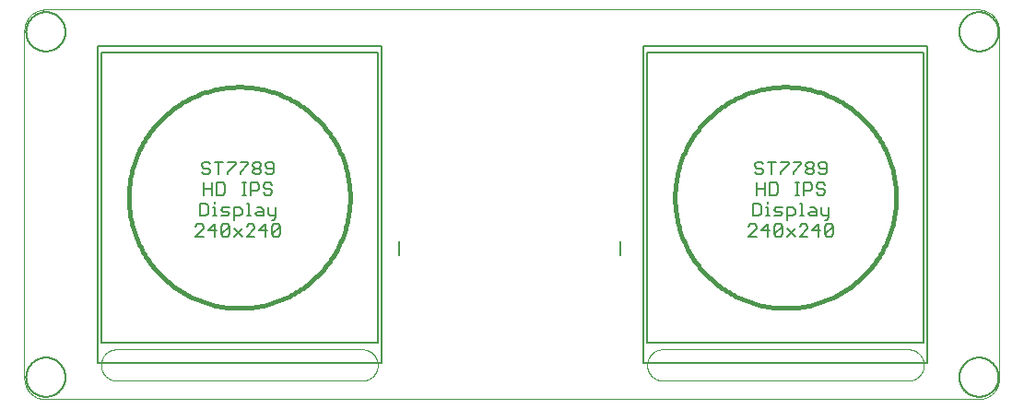
<source format=gto>
G75*
%MOIN*%
%OFA0B0*%
%FSLAX25Y25*%
%IPPOS*%
%LPD*%
%AMOC8*
5,1,8,0,0,1.08239X$1,22.5*
%
%ADD10C,0.00600*%
%ADD11C,0.00000*%
%ADD12C,0.01600*%
%ADD13C,0.00800*%
%ADD14C,0.00500*%
D10*
X0079736Y0067725D02*
X0082672Y0070661D01*
X0082672Y0071395D01*
X0081938Y0072129D01*
X0080470Y0072129D01*
X0079736Y0071395D01*
X0084340Y0069927D02*
X0087276Y0069927D01*
X0088944Y0068459D02*
X0088944Y0071395D01*
X0089678Y0072129D01*
X0091146Y0072129D01*
X0091880Y0071395D01*
X0088944Y0068459D01*
X0089678Y0067725D01*
X0091146Y0067725D01*
X0091880Y0068459D01*
X0091880Y0071395D01*
X0093548Y0070661D02*
X0096484Y0067725D01*
X0098152Y0067725D02*
X0101088Y0070661D01*
X0101088Y0071395D01*
X0100354Y0072129D01*
X0098886Y0072129D01*
X0098152Y0071395D01*
X0096484Y0070661D02*
X0093548Y0067725D01*
X0098152Y0067725D02*
X0101088Y0067725D01*
X0102756Y0069927D02*
X0105692Y0069927D01*
X0107360Y0068459D02*
X0107360Y0071395D01*
X0108094Y0072129D01*
X0109562Y0072129D01*
X0110296Y0071395D01*
X0107360Y0068459D01*
X0108094Y0067725D01*
X0109562Y0067725D01*
X0110296Y0068459D01*
X0110296Y0071395D01*
X0104958Y0072129D02*
X0102756Y0069927D01*
X0104958Y0067725D02*
X0104958Y0072129D01*
X0107293Y0073757D02*
X0108027Y0073757D01*
X0108761Y0074491D01*
X0108761Y0078161D01*
X0105825Y0078161D02*
X0105825Y0075959D01*
X0106559Y0075225D01*
X0108761Y0075225D01*
X0104157Y0075225D02*
X0101955Y0075225D01*
X0101221Y0075959D01*
X0101955Y0076693D01*
X0104157Y0076693D01*
X0104157Y0077427D02*
X0103423Y0078161D01*
X0101955Y0078161D01*
X0104157Y0077427D02*
X0104157Y0075225D01*
X0099620Y0075225D02*
X0098152Y0075225D01*
X0098886Y0075225D02*
X0098886Y0079629D01*
X0098152Y0079629D01*
X0096484Y0077427D02*
X0095750Y0078161D01*
X0093548Y0078161D01*
X0093548Y0073757D01*
X0093548Y0075225D02*
X0095750Y0075225D01*
X0096484Y0075959D01*
X0096484Y0077427D01*
X0091880Y0078161D02*
X0089678Y0078161D01*
X0088944Y0077427D01*
X0089678Y0076693D01*
X0091146Y0076693D01*
X0091880Y0075959D01*
X0091146Y0075225D01*
X0088944Y0075225D01*
X0087343Y0075225D02*
X0085875Y0075225D01*
X0086609Y0075225D02*
X0086609Y0078161D01*
X0085875Y0078161D01*
X0086609Y0079629D02*
X0086609Y0080363D01*
X0087409Y0082725D02*
X0089611Y0082725D01*
X0090345Y0083459D01*
X0090345Y0086395D01*
X0089611Y0087129D01*
X0087409Y0087129D01*
X0087409Y0082725D01*
X0085741Y0082725D02*
X0085741Y0087129D01*
X0085741Y0084927D02*
X0082806Y0084927D01*
X0082806Y0082725D02*
X0082806Y0087129D01*
X0082772Y0090225D02*
X0082038Y0090959D01*
X0082772Y0090225D02*
X0084240Y0090225D01*
X0084974Y0090959D01*
X0084974Y0091693D01*
X0084240Y0092427D01*
X0082772Y0092427D01*
X0082038Y0093161D01*
X0082038Y0093895D01*
X0082772Y0094629D01*
X0084240Y0094629D01*
X0084974Y0093895D01*
X0086642Y0094629D02*
X0089578Y0094629D01*
X0088110Y0094629D02*
X0088110Y0090225D01*
X0091246Y0090225D02*
X0091246Y0090959D01*
X0094182Y0093895D01*
X0094182Y0094629D01*
X0091246Y0094629D01*
X0095850Y0094629D02*
X0098786Y0094629D01*
X0098786Y0093895D01*
X0095850Y0090959D01*
X0095850Y0090225D01*
X0096617Y0087129D02*
X0098085Y0087129D01*
X0097351Y0087129D02*
X0097351Y0082725D01*
X0096617Y0082725D02*
X0098085Y0082725D01*
X0099687Y0082725D02*
X0099687Y0087129D01*
X0101888Y0087129D01*
X0102622Y0086395D01*
X0102622Y0084927D01*
X0101888Y0084193D01*
X0099687Y0084193D01*
X0104290Y0083459D02*
X0105024Y0082725D01*
X0106492Y0082725D01*
X0107226Y0083459D01*
X0107226Y0084193D01*
X0106492Y0084927D01*
X0105024Y0084927D01*
X0104290Y0085661D01*
X0104290Y0086395D01*
X0105024Y0087129D01*
X0106492Y0087129D01*
X0107226Y0086395D01*
X0107260Y0090225D02*
X0107994Y0090959D01*
X0107994Y0093895D01*
X0107260Y0094629D01*
X0105792Y0094629D01*
X0105058Y0093895D01*
X0105058Y0093161D01*
X0105792Y0092427D01*
X0107994Y0092427D01*
X0105792Y0090225D02*
X0105058Y0090959D01*
X0105792Y0090225D02*
X0107260Y0090225D01*
X0103390Y0090959D02*
X0102656Y0090225D01*
X0101188Y0090225D01*
X0100454Y0090959D01*
X0100454Y0091693D01*
X0101188Y0092427D01*
X0102656Y0092427D01*
X0103390Y0091693D01*
X0103390Y0090959D01*
X0102656Y0092427D02*
X0103390Y0093161D01*
X0103390Y0093895D01*
X0102656Y0094629D01*
X0101188Y0094629D01*
X0100454Y0093895D01*
X0100454Y0093161D01*
X0101188Y0092427D01*
X0084207Y0078895D02*
X0083473Y0079629D01*
X0081271Y0079629D01*
X0081271Y0075225D01*
X0083473Y0075225D01*
X0084207Y0075959D01*
X0084207Y0078895D01*
X0086542Y0072129D02*
X0084340Y0069927D01*
X0082672Y0067725D02*
X0079736Y0067725D01*
X0086542Y0067725D02*
X0086542Y0072129D01*
X0279736Y0071395D02*
X0280470Y0072129D01*
X0281938Y0072129D01*
X0282672Y0071395D01*
X0282672Y0070661D01*
X0279736Y0067725D01*
X0282672Y0067725D01*
X0284340Y0069927D02*
X0287276Y0069927D01*
X0288944Y0068459D02*
X0288944Y0071395D01*
X0289678Y0072129D01*
X0291146Y0072129D01*
X0291880Y0071395D01*
X0288944Y0068459D01*
X0289678Y0067725D01*
X0291146Y0067725D01*
X0291880Y0068459D01*
X0291880Y0071395D01*
X0293548Y0070661D02*
X0296484Y0067725D01*
X0298152Y0067725D02*
X0301088Y0070661D01*
X0301088Y0071395D01*
X0300354Y0072129D01*
X0298886Y0072129D01*
X0298152Y0071395D01*
X0296484Y0070661D02*
X0293548Y0067725D01*
X0298152Y0067725D02*
X0301088Y0067725D01*
X0302756Y0069927D02*
X0305692Y0069927D01*
X0307360Y0068459D02*
X0307360Y0071395D01*
X0308094Y0072129D01*
X0309562Y0072129D01*
X0310296Y0071395D01*
X0307360Y0068459D01*
X0308094Y0067725D01*
X0309562Y0067725D01*
X0310296Y0068459D01*
X0310296Y0071395D01*
X0304958Y0072129D02*
X0302756Y0069927D01*
X0304958Y0067725D02*
X0304958Y0072129D01*
X0307293Y0073757D02*
X0308027Y0073757D01*
X0308761Y0074491D01*
X0308761Y0078161D01*
X0305825Y0078161D02*
X0305825Y0075959D01*
X0306559Y0075225D01*
X0308761Y0075225D01*
X0304157Y0075225D02*
X0301955Y0075225D01*
X0301221Y0075959D01*
X0301955Y0076693D01*
X0304157Y0076693D01*
X0304157Y0077427D02*
X0304157Y0075225D01*
X0299620Y0075225D02*
X0298152Y0075225D01*
X0298886Y0075225D02*
X0298886Y0079629D01*
X0298152Y0079629D01*
X0296484Y0077427D02*
X0296484Y0075959D01*
X0295750Y0075225D01*
X0293548Y0075225D01*
X0293548Y0073757D02*
X0293548Y0078161D01*
X0295750Y0078161D01*
X0296484Y0077427D01*
X0291880Y0078161D02*
X0289678Y0078161D01*
X0288944Y0077427D01*
X0289678Y0076693D01*
X0291146Y0076693D01*
X0291880Y0075959D01*
X0291146Y0075225D01*
X0288944Y0075225D01*
X0287343Y0075225D02*
X0285875Y0075225D01*
X0286609Y0075225D02*
X0286609Y0078161D01*
X0285875Y0078161D01*
X0286609Y0079629D02*
X0286609Y0080363D01*
X0287409Y0082725D02*
X0289611Y0082725D01*
X0290345Y0083459D01*
X0290345Y0086395D01*
X0289611Y0087129D01*
X0287409Y0087129D01*
X0287409Y0082725D01*
X0285741Y0082725D02*
X0285741Y0087129D01*
X0285741Y0084927D02*
X0282806Y0084927D01*
X0282806Y0082725D02*
X0282806Y0087129D01*
X0282772Y0090225D02*
X0282038Y0090959D01*
X0282772Y0090225D02*
X0284240Y0090225D01*
X0284974Y0090959D01*
X0284974Y0091693D01*
X0284240Y0092427D01*
X0282772Y0092427D01*
X0282038Y0093161D01*
X0282038Y0093895D01*
X0282772Y0094629D01*
X0284240Y0094629D01*
X0284974Y0093895D01*
X0286642Y0094629D02*
X0289578Y0094629D01*
X0288110Y0094629D02*
X0288110Y0090225D01*
X0291246Y0090225D02*
X0291246Y0090959D01*
X0294182Y0093895D01*
X0294182Y0094629D01*
X0291246Y0094629D01*
X0295850Y0094629D02*
X0298786Y0094629D01*
X0298786Y0093895D01*
X0295850Y0090959D01*
X0295850Y0090225D01*
X0300454Y0090959D02*
X0300454Y0091693D01*
X0301188Y0092427D01*
X0302656Y0092427D01*
X0303390Y0091693D01*
X0303390Y0090959D01*
X0302656Y0090225D01*
X0301188Y0090225D01*
X0300454Y0090959D01*
X0301188Y0092427D02*
X0300454Y0093161D01*
X0300454Y0093895D01*
X0301188Y0094629D01*
X0302656Y0094629D01*
X0303390Y0093895D01*
X0303390Y0093161D01*
X0302656Y0092427D01*
X0305058Y0093161D02*
X0305058Y0093895D01*
X0305792Y0094629D01*
X0307260Y0094629D01*
X0307994Y0093895D01*
X0307994Y0090959D01*
X0307260Y0090225D01*
X0305792Y0090225D01*
X0305058Y0090959D01*
X0305792Y0092427D02*
X0307994Y0092427D01*
X0305792Y0092427D02*
X0305058Y0093161D01*
X0305024Y0087129D02*
X0304290Y0086395D01*
X0304290Y0085661D01*
X0305024Y0084927D01*
X0306492Y0084927D01*
X0307226Y0084193D01*
X0307226Y0083459D01*
X0306492Y0082725D01*
X0305024Y0082725D01*
X0304290Y0083459D01*
X0302622Y0084927D02*
X0301888Y0084193D01*
X0299687Y0084193D01*
X0299687Y0082725D02*
X0299687Y0087129D01*
X0301888Y0087129D01*
X0302622Y0086395D01*
X0302622Y0084927D01*
X0305024Y0087129D02*
X0306492Y0087129D01*
X0307226Y0086395D01*
X0298085Y0087129D02*
X0296617Y0087129D01*
X0297351Y0087129D02*
X0297351Y0082725D01*
X0296617Y0082725D02*
X0298085Y0082725D01*
X0301955Y0078161D02*
X0303423Y0078161D01*
X0304157Y0077427D01*
X0286542Y0072129D02*
X0284340Y0069927D01*
X0286542Y0067725D02*
X0286542Y0072129D01*
X0283473Y0075225D02*
X0284207Y0075959D01*
X0284207Y0078895D01*
X0283473Y0079629D01*
X0281271Y0079629D01*
X0281271Y0075225D01*
X0283473Y0075225D01*
D11*
X0362800Y0008800D02*
X0025300Y0008800D01*
X0025119Y0008802D01*
X0024938Y0008809D01*
X0024757Y0008820D01*
X0024576Y0008835D01*
X0024396Y0008855D01*
X0024216Y0008879D01*
X0024037Y0008907D01*
X0023859Y0008940D01*
X0023682Y0008977D01*
X0023505Y0009018D01*
X0023330Y0009063D01*
X0023155Y0009113D01*
X0022982Y0009167D01*
X0022811Y0009225D01*
X0022640Y0009287D01*
X0022472Y0009354D01*
X0022305Y0009424D01*
X0022139Y0009498D01*
X0021976Y0009577D01*
X0021815Y0009659D01*
X0021655Y0009745D01*
X0021498Y0009835D01*
X0021343Y0009929D01*
X0021190Y0010026D01*
X0021040Y0010128D01*
X0020892Y0010232D01*
X0020746Y0010341D01*
X0020604Y0010452D01*
X0020464Y0010568D01*
X0020327Y0010686D01*
X0020192Y0010808D01*
X0020061Y0010933D01*
X0019933Y0011061D01*
X0019808Y0011192D01*
X0019686Y0011327D01*
X0019568Y0011464D01*
X0019452Y0011604D01*
X0019341Y0011746D01*
X0019232Y0011892D01*
X0019128Y0012040D01*
X0019026Y0012190D01*
X0018929Y0012343D01*
X0018835Y0012498D01*
X0018745Y0012655D01*
X0018659Y0012815D01*
X0018577Y0012976D01*
X0018498Y0013139D01*
X0018424Y0013305D01*
X0018354Y0013472D01*
X0018287Y0013640D01*
X0018225Y0013811D01*
X0018167Y0013982D01*
X0018113Y0014155D01*
X0018063Y0014330D01*
X0018018Y0014505D01*
X0017977Y0014682D01*
X0017940Y0014859D01*
X0017907Y0015037D01*
X0017879Y0015216D01*
X0017855Y0015396D01*
X0017835Y0015576D01*
X0017820Y0015757D01*
X0017809Y0015938D01*
X0017802Y0016119D01*
X0017800Y0016300D01*
X0017800Y0142300D01*
X0017802Y0142481D01*
X0017809Y0142662D01*
X0017820Y0142843D01*
X0017835Y0143024D01*
X0017855Y0143204D01*
X0017879Y0143384D01*
X0017907Y0143563D01*
X0017940Y0143741D01*
X0017977Y0143918D01*
X0018018Y0144095D01*
X0018063Y0144270D01*
X0018113Y0144445D01*
X0018167Y0144618D01*
X0018225Y0144789D01*
X0018287Y0144960D01*
X0018354Y0145128D01*
X0018424Y0145295D01*
X0018498Y0145461D01*
X0018577Y0145624D01*
X0018659Y0145785D01*
X0018745Y0145945D01*
X0018835Y0146102D01*
X0018929Y0146257D01*
X0019026Y0146410D01*
X0019128Y0146560D01*
X0019232Y0146708D01*
X0019341Y0146854D01*
X0019452Y0146996D01*
X0019568Y0147136D01*
X0019686Y0147273D01*
X0019808Y0147408D01*
X0019933Y0147539D01*
X0020061Y0147667D01*
X0020192Y0147792D01*
X0020327Y0147914D01*
X0020464Y0148032D01*
X0020604Y0148148D01*
X0020746Y0148259D01*
X0020892Y0148368D01*
X0021040Y0148472D01*
X0021190Y0148574D01*
X0021343Y0148671D01*
X0021498Y0148765D01*
X0021655Y0148855D01*
X0021815Y0148941D01*
X0021976Y0149023D01*
X0022139Y0149102D01*
X0022305Y0149176D01*
X0022472Y0149246D01*
X0022640Y0149313D01*
X0022811Y0149375D01*
X0022982Y0149433D01*
X0023155Y0149487D01*
X0023330Y0149537D01*
X0023505Y0149582D01*
X0023682Y0149623D01*
X0023859Y0149660D01*
X0024037Y0149693D01*
X0024216Y0149721D01*
X0024396Y0149745D01*
X0024576Y0149765D01*
X0024757Y0149780D01*
X0024938Y0149791D01*
X0025119Y0149798D01*
X0025300Y0149800D01*
X0362800Y0149800D01*
X0362981Y0149798D01*
X0363162Y0149791D01*
X0363343Y0149780D01*
X0363524Y0149765D01*
X0363704Y0149745D01*
X0363884Y0149721D01*
X0364063Y0149693D01*
X0364241Y0149660D01*
X0364418Y0149623D01*
X0364595Y0149582D01*
X0364770Y0149537D01*
X0364945Y0149487D01*
X0365118Y0149433D01*
X0365289Y0149375D01*
X0365460Y0149313D01*
X0365628Y0149246D01*
X0365795Y0149176D01*
X0365961Y0149102D01*
X0366124Y0149023D01*
X0366285Y0148941D01*
X0366445Y0148855D01*
X0366602Y0148765D01*
X0366757Y0148671D01*
X0366910Y0148574D01*
X0367060Y0148472D01*
X0367208Y0148368D01*
X0367354Y0148259D01*
X0367496Y0148148D01*
X0367636Y0148032D01*
X0367773Y0147914D01*
X0367908Y0147792D01*
X0368039Y0147667D01*
X0368167Y0147539D01*
X0368292Y0147408D01*
X0368414Y0147273D01*
X0368532Y0147136D01*
X0368648Y0146996D01*
X0368759Y0146854D01*
X0368868Y0146708D01*
X0368972Y0146560D01*
X0369074Y0146410D01*
X0369171Y0146257D01*
X0369265Y0146102D01*
X0369355Y0145945D01*
X0369441Y0145785D01*
X0369523Y0145624D01*
X0369602Y0145461D01*
X0369676Y0145295D01*
X0369746Y0145128D01*
X0369813Y0144960D01*
X0369875Y0144789D01*
X0369933Y0144618D01*
X0369987Y0144445D01*
X0370037Y0144270D01*
X0370082Y0144095D01*
X0370123Y0143918D01*
X0370160Y0143741D01*
X0370193Y0143563D01*
X0370221Y0143384D01*
X0370245Y0143204D01*
X0370265Y0143024D01*
X0370280Y0142843D01*
X0370291Y0142662D01*
X0370298Y0142481D01*
X0370300Y0142300D01*
X0370300Y0016300D01*
X0370298Y0016119D01*
X0370291Y0015938D01*
X0370280Y0015757D01*
X0370265Y0015576D01*
X0370245Y0015396D01*
X0370221Y0015216D01*
X0370193Y0015037D01*
X0370160Y0014859D01*
X0370123Y0014682D01*
X0370082Y0014505D01*
X0370037Y0014330D01*
X0369987Y0014155D01*
X0369933Y0013982D01*
X0369875Y0013811D01*
X0369813Y0013640D01*
X0369746Y0013472D01*
X0369676Y0013305D01*
X0369602Y0013139D01*
X0369523Y0012976D01*
X0369441Y0012815D01*
X0369355Y0012655D01*
X0369265Y0012498D01*
X0369171Y0012343D01*
X0369074Y0012190D01*
X0368972Y0012040D01*
X0368868Y0011892D01*
X0368759Y0011746D01*
X0368648Y0011604D01*
X0368532Y0011464D01*
X0368414Y0011327D01*
X0368292Y0011192D01*
X0368167Y0011061D01*
X0368039Y0010933D01*
X0367908Y0010808D01*
X0367773Y0010686D01*
X0367636Y0010568D01*
X0367496Y0010452D01*
X0367354Y0010341D01*
X0367208Y0010232D01*
X0367060Y0010128D01*
X0366910Y0010026D01*
X0366757Y0009929D01*
X0366602Y0009835D01*
X0366445Y0009745D01*
X0366285Y0009659D01*
X0366124Y0009577D01*
X0365961Y0009498D01*
X0365795Y0009424D01*
X0365628Y0009354D01*
X0365460Y0009287D01*
X0365289Y0009225D01*
X0365118Y0009167D01*
X0364945Y0009113D01*
X0364770Y0009063D01*
X0364595Y0009018D01*
X0364418Y0008977D01*
X0364241Y0008940D01*
X0364063Y0008907D01*
X0363884Y0008879D01*
X0363704Y0008855D01*
X0363524Y0008835D01*
X0363343Y0008820D01*
X0363162Y0008809D01*
X0362981Y0008802D01*
X0362800Y0008800D01*
X0338050Y0015550D02*
X0248050Y0015550D01*
X0247902Y0015568D01*
X0247755Y0015590D01*
X0247608Y0015616D01*
X0247463Y0015646D01*
X0247318Y0015680D01*
X0247173Y0015718D01*
X0247030Y0015759D01*
X0246888Y0015804D01*
X0246748Y0015853D01*
X0246609Y0015906D01*
X0246471Y0015962D01*
X0246334Y0016022D01*
X0246199Y0016085D01*
X0246066Y0016152D01*
X0245935Y0016222D01*
X0245806Y0016296D01*
X0245679Y0016373D01*
X0245553Y0016454D01*
X0245430Y0016537D01*
X0245309Y0016624D01*
X0245191Y0016715D01*
X0245075Y0016808D01*
X0244961Y0016904D01*
X0244850Y0017003D01*
X0244741Y0017105D01*
X0244636Y0017210D01*
X0244533Y0017318D01*
X0244433Y0017428D01*
X0244336Y0017541D01*
X0244242Y0017656D01*
X0244151Y0017774D01*
X0244063Y0017894D01*
X0243978Y0018017D01*
X0243897Y0018141D01*
X0243818Y0018268D01*
X0243744Y0018397D01*
X0243672Y0018528D01*
X0243604Y0018660D01*
X0243540Y0018794D01*
X0243479Y0018930D01*
X0243422Y0019068D01*
X0243368Y0019207D01*
X0243318Y0019347D01*
X0243272Y0019489D01*
X0243230Y0019631D01*
X0243191Y0019775D01*
X0243156Y0019920D01*
X0243125Y0020065D01*
X0243098Y0020212D01*
X0243074Y0020359D01*
X0243055Y0020506D01*
X0243039Y0020655D01*
X0243027Y0020803D01*
X0243019Y0020952D01*
X0243015Y0021101D01*
X0243015Y0021249D01*
X0243019Y0021398D01*
X0243027Y0021547D01*
X0243039Y0021695D01*
X0243055Y0021844D01*
X0243074Y0021991D01*
X0243098Y0022138D01*
X0243125Y0022285D01*
X0243156Y0022430D01*
X0243191Y0022575D01*
X0243230Y0022719D01*
X0243272Y0022861D01*
X0243318Y0023003D01*
X0243368Y0023143D01*
X0243422Y0023282D01*
X0243479Y0023420D01*
X0243540Y0023556D01*
X0243604Y0023690D01*
X0243672Y0023822D01*
X0243744Y0023953D01*
X0243818Y0024082D01*
X0243897Y0024209D01*
X0243978Y0024333D01*
X0244063Y0024456D01*
X0244151Y0024576D01*
X0244242Y0024694D01*
X0244336Y0024809D01*
X0244433Y0024922D01*
X0244533Y0025032D01*
X0244636Y0025140D01*
X0244741Y0025245D01*
X0244850Y0025347D01*
X0244961Y0025446D01*
X0245075Y0025542D01*
X0245191Y0025635D01*
X0245309Y0025726D01*
X0245430Y0025813D01*
X0245553Y0025896D01*
X0245679Y0025977D01*
X0245806Y0026054D01*
X0245935Y0026128D01*
X0246066Y0026198D01*
X0246199Y0026265D01*
X0246334Y0026328D01*
X0246471Y0026388D01*
X0246609Y0026444D01*
X0246748Y0026497D01*
X0246888Y0026546D01*
X0247030Y0026591D01*
X0247173Y0026632D01*
X0247318Y0026670D01*
X0247463Y0026704D01*
X0247608Y0026734D01*
X0247755Y0026760D01*
X0247902Y0026782D01*
X0248050Y0026800D01*
X0338050Y0026800D01*
X0338198Y0026782D01*
X0338345Y0026760D01*
X0338492Y0026734D01*
X0338637Y0026704D01*
X0338782Y0026670D01*
X0338927Y0026632D01*
X0339070Y0026591D01*
X0339212Y0026546D01*
X0339352Y0026497D01*
X0339491Y0026444D01*
X0339629Y0026388D01*
X0339766Y0026328D01*
X0339901Y0026265D01*
X0340034Y0026198D01*
X0340165Y0026128D01*
X0340294Y0026054D01*
X0340421Y0025977D01*
X0340547Y0025896D01*
X0340670Y0025813D01*
X0340791Y0025726D01*
X0340909Y0025635D01*
X0341025Y0025542D01*
X0341139Y0025446D01*
X0341250Y0025347D01*
X0341359Y0025245D01*
X0341464Y0025140D01*
X0341567Y0025032D01*
X0341667Y0024922D01*
X0341764Y0024809D01*
X0341858Y0024694D01*
X0341949Y0024576D01*
X0342037Y0024456D01*
X0342122Y0024333D01*
X0342203Y0024209D01*
X0342282Y0024082D01*
X0342356Y0023953D01*
X0342428Y0023822D01*
X0342496Y0023690D01*
X0342560Y0023556D01*
X0342621Y0023420D01*
X0342678Y0023282D01*
X0342732Y0023143D01*
X0342782Y0023003D01*
X0342828Y0022861D01*
X0342870Y0022719D01*
X0342909Y0022575D01*
X0342944Y0022430D01*
X0342975Y0022285D01*
X0343002Y0022138D01*
X0343026Y0021991D01*
X0343045Y0021844D01*
X0343061Y0021695D01*
X0343073Y0021547D01*
X0343081Y0021398D01*
X0343085Y0021249D01*
X0343085Y0021101D01*
X0343081Y0020952D01*
X0343073Y0020803D01*
X0343061Y0020655D01*
X0343045Y0020506D01*
X0343026Y0020359D01*
X0343002Y0020212D01*
X0342975Y0020065D01*
X0342944Y0019920D01*
X0342909Y0019775D01*
X0342870Y0019631D01*
X0342828Y0019489D01*
X0342782Y0019347D01*
X0342732Y0019207D01*
X0342678Y0019068D01*
X0342621Y0018930D01*
X0342560Y0018794D01*
X0342496Y0018660D01*
X0342428Y0018528D01*
X0342356Y0018397D01*
X0342282Y0018268D01*
X0342203Y0018141D01*
X0342122Y0018017D01*
X0342037Y0017894D01*
X0341949Y0017774D01*
X0341858Y0017656D01*
X0341764Y0017541D01*
X0341667Y0017428D01*
X0341567Y0017318D01*
X0341464Y0017210D01*
X0341359Y0017105D01*
X0341250Y0017003D01*
X0341139Y0016904D01*
X0341025Y0016808D01*
X0340909Y0016715D01*
X0340791Y0016624D01*
X0340670Y0016537D01*
X0340547Y0016454D01*
X0340421Y0016373D01*
X0340294Y0016296D01*
X0340165Y0016222D01*
X0340034Y0016152D01*
X0339901Y0016085D01*
X0339766Y0016022D01*
X0339629Y0015962D01*
X0339491Y0015906D01*
X0339352Y0015853D01*
X0339212Y0015804D01*
X0339070Y0015759D01*
X0338927Y0015718D01*
X0338782Y0015680D01*
X0338637Y0015646D01*
X0338492Y0015616D01*
X0338345Y0015590D01*
X0338198Y0015568D01*
X0338050Y0015550D01*
X0140550Y0015550D02*
X0050550Y0015550D01*
X0050402Y0015568D01*
X0050255Y0015590D01*
X0050108Y0015616D01*
X0049963Y0015646D01*
X0049818Y0015680D01*
X0049673Y0015718D01*
X0049530Y0015759D01*
X0049388Y0015804D01*
X0049248Y0015853D01*
X0049109Y0015906D01*
X0048971Y0015962D01*
X0048834Y0016022D01*
X0048699Y0016085D01*
X0048566Y0016152D01*
X0048435Y0016222D01*
X0048306Y0016296D01*
X0048179Y0016373D01*
X0048053Y0016454D01*
X0047930Y0016537D01*
X0047809Y0016624D01*
X0047691Y0016715D01*
X0047575Y0016808D01*
X0047461Y0016904D01*
X0047350Y0017003D01*
X0047241Y0017105D01*
X0047136Y0017210D01*
X0047033Y0017318D01*
X0046933Y0017428D01*
X0046836Y0017541D01*
X0046742Y0017656D01*
X0046651Y0017774D01*
X0046563Y0017894D01*
X0046478Y0018017D01*
X0046397Y0018141D01*
X0046318Y0018268D01*
X0046244Y0018397D01*
X0046172Y0018528D01*
X0046104Y0018660D01*
X0046040Y0018794D01*
X0045979Y0018930D01*
X0045922Y0019068D01*
X0045868Y0019207D01*
X0045818Y0019347D01*
X0045772Y0019489D01*
X0045730Y0019631D01*
X0045691Y0019775D01*
X0045656Y0019920D01*
X0045625Y0020065D01*
X0045598Y0020212D01*
X0045574Y0020359D01*
X0045555Y0020506D01*
X0045539Y0020655D01*
X0045527Y0020803D01*
X0045519Y0020952D01*
X0045515Y0021101D01*
X0045515Y0021249D01*
X0045519Y0021398D01*
X0045527Y0021547D01*
X0045539Y0021695D01*
X0045555Y0021844D01*
X0045574Y0021991D01*
X0045598Y0022138D01*
X0045625Y0022285D01*
X0045656Y0022430D01*
X0045691Y0022575D01*
X0045730Y0022719D01*
X0045772Y0022861D01*
X0045818Y0023003D01*
X0045868Y0023143D01*
X0045922Y0023282D01*
X0045979Y0023420D01*
X0046040Y0023556D01*
X0046104Y0023690D01*
X0046172Y0023822D01*
X0046244Y0023953D01*
X0046318Y0024082D01*
X0046397Y0024209D01*
X0046478Y0024333D01*
X0046563Y0024456D01*
X0046651Y0024576D01*
X0046742Y0024694D01*
X0046836Y0024809D01*
X0046933Y0024922D01*
X0047033Y0025032D01*
X0047136Y0025140D01*
X0047241Y0025245D01*
X0047350Y0025347D01*
X0047461Y0025446D01*
X0047575Y0025542D01*
X0047691Y0025635D01*
X0047809Y0025726D01*
X0047930Y0025813D01*
X0048053Y0025896D01*
X0048179Y0025977D01*
X0048306Y0026054D01*
X0048435Y0026128D01*
X0048566Y0026198D01*
X0048699Y0026265D01*
X0048834Y0026328D01*
X0048971Y0026388D01*
X0049109Y0026444D01*
X0049248Y0026497D01*
X0049388Y0026546D01*
X0049530Y0026591D01*
X0049673Y0026632D01*
X0049818Y0026670D01*
X0049963Y0026704D01*
X0050108Y0026734D01*
X0050255Y0026760D01*
X0050402Y0026782D01*
X0050550Y0026800D01*
X0140550Y0026800D01*
X0140698Y0026782D01*
X0140845Y0026760D01*
X0140992Y0026734D01*
X0141137Y0026704D01*
X0141282Y0026670D01*
X0141427Y0026632D01*
X0141570Y0026591D01*
X0141712Y0026546D01*
X0141852Y0026497D01*
X0141991Y0026444D01*
X0142129Y0026388D01*
X0142266Y0026328D01*
X0142401Y0026265D01*
X0142534Y0026198D01*
X0142665Y0026128D01*
X0142794Y0026054D01*
X0142921Y0025977D01*
X0143047Y0025896D01*
X0143170Y0025813D01*
X0143291Y0025726D01*
X0143409Y0025635D01*
X0143525Y0025542D01*
X0143639Y0025446D01*
X0143750Y0025347D01*
X0143859Y0025245D01*
X0143964Y0025140D01*
X0144067Y0025032D01*
X0144167Y0024922D01*
X0144264Y0024809D01*
X0144358Y0024694D01*
X0144449Y0024576D01*
X0144537Y0024456D01*
X0144622Y0024333D01*
X0144703Y0024209D01*
X0144782Y0024082D01*
X0144856Y0023953D01*
X0144928Y0023822D01*
X0144996Y0023690D01*
X0145060Y0023556D01*
X0145121Y0023420D01*
X0145178Y0023282D01*
X0145232Y0023143D01*
X0145282Y0023003D01*
X0145328Y0022861D01*
X0145370Y0022719D01*
X0145409Y0022575D01*
X0145444Y0022430D01*
X0145475Y0022285D01*
X0145502Y0022138D01*
X0145526Y0021991D01*
X0145545Y0021844D01*
X0145561Y0021695D01*
X0145573Y0021547D01*
X0145581Y0021398D01*
X0145585Y0021249D01*
X0145585Y0021101D01*
X0145581Y0020952D01*
X0145573Y0020803D01*
X0145561Y0020655D01*
X0145545Y0020506D01*
X0145526Y0020359D01*
X0145502Y0020212D01*
X0145475Y0020065D01*
X0145444Y0019920D01*
X0145409Y0019775D01*
X0145370Y0019631D01*
X0145328Y0019489D01*
X0145282Y0019347D01*
X0145232Y0019207D01*
X0145178Y0019068D01*
X0145121Y0018930D01*
X0145060Y0018794D01*
X0144996Y0018660D01*
X0144928Y0018528D01*
X0144856Y0018397D01*
X0144782Y0018268D01*
X0144703Y0018141D01*
X0144622Y0018017D01*
X0144537Y0017894D01*
X0144449Y0017774D01*
X0144358Y0017656D01*
X0144264Y0017541D01*
X0144167Y0017428D01*
X0144067Y0017318D01*
X0143964Y0017210D01*
X0143859Y0017105D01*
X0143750Y0017003D01*
X0143639Y0016904D01*
X0143525Y0016808D01*
X0143409Y0016715D01*
X0143291Y0016624D01*
X0143170Y0016537D01*
X0143047Y0016454D01*
X0142921Y0016373D01*
X0142794Y0016296D01*
X0142665Y0016222D01*
X0142534Y0016152D01*
X0142401Y0016085D01*
X0142266Y0016022D01*
X0142129Y0015962D01*
X0141991Y0015906D01*
X0141852Y0015853D01*
X0141712Y0015804D01*
X0141570Y0015759D01*
X0141427Y0015718D01*
X0141282Y0015680D01*
X0141137Y0015646D01*
X0140992Y0015616D01*
X0140845Y0015590D01*
X0140698Y0015568D01*
X0140550Y0015550D01*
D12*
X0055550Y0081800D02*
X0055562Y0082782D01*
X0055598Y0083763D01*
X0055658Y0084743D01*
X0055743Y0085721D01*
X0055851Y0086696D01*
X0055983Y0087669D01*
X0056139Y0088638D01*
X0056319Y0089604D01*
X0056522Y0090564D01*
X0056749Y0091519D01*
X0056999Y0092469D01*
X0057272Y0093411D01*
X0057569Y0094347D01*
X0057888Y0095276D01*
X0058230Y0096196D01*
X0058595Y0097107D01*
X0058982Y0098010D01*
X0059390Y0098902D01*
X0059821Y0099784D01*
X0060273Y0100656D01*
X0060747Y0101516D01*
X0061241Y0102364D01*
X0061756Y0103200D01*
X0062291Y0104023D01*
X0062847Y0104832D01*
X0063422Y0105628D01*
X0064016Y0106409D01*
X0064630Y0107176D01*
X0065262Y0107927D01*
X0065912Y0108662D01*
X0066580Y0109382D01*
X0067266Y0110084D01*
X0067968Y0110770D01*
X0068688Y0111438D01*
X0069423Y0112088D01*
X0070174Y0112720D01*
X0070941Y0113334D01*
X0071722Y0113928D01*
X0072518Y0114503D01*
X0073327Y0115059D01*
X0074150Y0115594D01*
X0074986Y0116109D01*
X0075834Y0116603D01*
X0076694Y0117077D01*
X0077566Y0117529D01*
X0078448Y0117960D01*
X0079340Y0118368D01*
X0080243Y0118755D01*
X0081154Y0119120D01*
X0082074Y0119462D01*
X0083003Y0119781D01*
X0083939Y0120078D01*
X0084881Y0120351D01*
X0085831Y0120601D01*
X0086786Y0120828D01*
X0087746Y0121031D01*
X0088712Y0121211D01*
X0089681Y0121367D01*
X0090654Y0121499D01*
X0091629Y0121607D01*
X0092607Y0121692D01*
X0093587Y0121752D01*
X0094568Y0121788D01*
X0095550Y0121800D01*
X0096532Y0121788D01*
X0097513Y0121752D01*
X0098493Y0121692D01*
X0099471Y0121607D01*
X0100446Y0121499D01*
X0101419Y0121367D01*
X0102388Y0121211D01*
X0103354Y0121031D01*
X0104314Y0120828D01*
X0105269Y0120601D01*
X0106219Y0120351D01*
X0107161Y0120078D01*
X0108097Y0119781D01*
X0109026Y0119462D01*
X0109946Y0119120D01*
X0110857Y0118755D01*
X0111760Y0118368D01*
X0112652Y0117960D01*
X0113534Y0117529D01*
X0114406Y0117077D01*
X0115266Y0116603D01*
X0116114Y0116109D01*
X0116950Y0115594D01*
X0117773Y0115059D01*
X0118582Y0114503D01*
X0119378Y0113928D01*
X0120159Y0113334D01*
X0120926Y0112720D01*
X0121677Y0112088D01*
X0122412Y0111438D01*
X0123132Y0110770D01*
X0123834Y0110084D01*
X0124520Y0109382D01*
X0125188Y0108662D01*
X0125838Y0107927D01*
X0126470Y0107176D01*
X0127084Y0106409D01*
X0127678Y0105628D01*
X0128253Y0104832D01*
X0128809Y0104023D01*
X0129344Y0103200D01*
X0129859Y0102364D01*
X0130353Y0101516D01*
X0130827Y0100656D01*
X0131279Y0099784D01*
X0131710Y0098902D01*
X0132118Y0098010D01*
X0132505Y0097107D01*
X0132870Y0096196D01*
X0133212Y0095276D01*
X0133531Y0094347D01*
X0133828Y0093411D01*
X0134101Y0092469D01*
X0134351Y0091519D01*
X0134578Y0090564D01*
X0134781Y0089604D01*
X0134961Y0088638D01*
X0135117Y0087669D01*
X0135249Y0086696D01*
X0135357Y0085721D01*
X0135442Y0084743D01*
X0135502Y0083763D01*
X0135538Y0082782D01*
X0135550Y0081800D01*
X0135538Y0080818D01*
X0135502Y0079837D01*
X0135442Y0078857D01*
X0135357Y0077879D01*
X0135249Y0076904D01*
X0135117Y0075931D01*
X0134961Y0074962D01*
X0134781Y0073996D01*
X0134578Y0073036D01*
X0134351Y0072081D01*
X0134101Y0071131D01*
X0133828Y0070189D01*
X0133531Y0069253D01*
X0133212Y0068324D01*
X0132870Y0067404D01*
X0132505Y0066493D01*
X0132118Y0065590D01*
X0131710Y0064698D01*
X0131279Y0063816D01*
X0130827Y0062944D01*
X0130353Y0062084D01*
X0129859Y0061236D01*
X0129344Y0060400D01*
X0128809Y0059577D01*
X0128253Y0058768D01*
X0127678Y0057972D01*
X0127084Y0057191D01*
X0126470Y0056424D01*
X0125838Y0055673D01*
X0125188Y0054938D01*
X0124520Y0054218D01*
X0123834Y0053516D01*
X0123132Y0052830D01*
X0122412Y0052162D01*
X0121677Y0051512D01*
X0120926Y0050880D01*
X0120159Y0050266D01*
X0119378Y0049672D01*
X0118582Y0049097D01*
X0117773Y0048541D01*
X0116950Y0048006D01*
X0116114Y0047491D01*
X0115266Y0046997D01*
X0114406Y0046523D01*
X0113534Y0046071D01*
X0112652Y0045640D01*
X0111760Y0045232D01*
X0110857Y0044845D01*
X0109946Y0044480D01*
X0109026Y0044138D01*
X0108097Y0043819D01*
X0107161Y0043522D01*
X0106219Y0043249D01*
X0105269Y0042999D01*
X0104314Y0042772D01*
X0103354Y0042569D01*
X0102388Y0042389D01*
X0101419Y0042233D01*
X0100446Y0042101D01*
X0099471Y0041993D01*
X0098493Y0041908D01*
X0097513Y0041848D01*
X0096532Y0041812D01*
X0095550Y0041800D01*
X0094568Y0041812D01*
X0093587Y0041848D01*
X0092607Y0041908D01*
X0091629Y0041993D01*
X0090654Y0042101D01*
X0089681Y0042233D01*
X0088712Y0042389D01*
X0087746Y0042569D01*
X0086786Y0042772D01*
X0085831Y0042999D01*
X0084881Y0043249D01*
X0083939Y0043522D01*
X0083003Y0043819D01*
X0082074Y0044138D01*
X0081154Y0044480D01*
X0080243Y0044845D01*
X0079340Y0045232D01*
X0078448Y0045640D01*
X0077566Y0046071D01*
X0076694Y0046523D01*
X0075834Y0046997D01*
X0074986Y0047491D01*
X0074150Y0048006D01*
X0073327Y0048541D01*
X0072518Y0049097D01*
X0071722Y0049672D01*
X0070941Y0050266D01*
X0070174Y0050880D01*
X0069423Y0051512D01*
X0068688Y0052162D01*
X0067968Y0052830D01*
X0067266Y0053516D01*
X0066580Y0054218D01*
X0065912Y0054938D01*
X0065262Y0055673D01*
X0064630Y0056424D01*
X0064016Y0057191D01*
X0063422Y0057972D01*
X0062847Y0058768D01*
X0062291Y0059577D01*
X0061756Y0060400D01*
X0061241Y0061236D01*
X0060747Y0062084D01*
X0060273Y0062944D01*
X0059821Y0063816D01*
X0059390Y0064698D01*
X0058982Y0065590D01*
X0058595Y0066493D01*
X0058230Y0067404D01*
X0057888Y0068324D01*
X0057569Y0069253D01*
X0057272Y0070189D01*
X0056999Y0071131D01*
X0056749Y0072081D01*
X0056522Y0073036D01*
X0056319Y0073996D01*
X0056139Y0074962D01*
X0055983Y0075931D01*
X0055851Y0076904D01*
X0055743Y0077879D01*
X0055658Y0078857D01*
X0055598Y0079837D01*
X0055562Y0080818D01*
X0055550Y0081800D01*
X0253050Y0081800D02*
X0253062Y0082782D01*
X0253098Y0083763D01*
X0253158Y0084743D01*
X0253243Y0085721D01*
X0253351Y0086696D01*
X0253483Y0087669D01*
X0253639Y0088638D01*
X0253819Y0089604D01*
X0254022Y0090564D01*
X0254249Y0091519D01*
X0254499Y0092469D01*
X0254772Y0093411D01*
X0255069Y0094347D01*
X0255388Y0095276D01*
X0255730Y0096196D01*
X0256095Y0097107D01*
X0256482Y0098010D01*
X0256890Y0098902D01*
X0257321Y0099784D01*
X0257773Y0100656D01*
X0258247Y0101516D01*
X0258741Y0102364D01*
X0259256Y0103200D01*
X0259791Y0104023D01*
X0260347Y0104832D01*
X0260922Y0105628D01*
X0261516Y0106409D01*
X0262130Y0107176D01*
X0262762Y0107927D01*
X0263412Y0108662D01*
X0264080Y0109382D01*
X0264766Y0110084D01*
X0265468Y0110770D01*
X0266188Y0111438D01*
X0266923Y0112088D01*
X0267674Y0112720D01*
X0268441Y0113334D01*
X0269222Y0113928D01*
X0270018Y0114503D01*
X0270827Y0115059D01*
X0271650Y0115594D01*
X0272486Y0116109D01*
X0273334Y0116603D01*
X0274194Y0117077D01*
X0275066Y0117529D01*
X0275948Y0117960D01*
X0276840Y0118368D01*
X0277743Y0118755D01*
X0278654Y0119120D01*
X0279574Y0119462D01*
X0280503Y0119781D01*
X0281439Y0120078D01*
X0282381Y0120351D01*
X0283331Y0120601D01*
X0284286Y0120828D01*
X0285246Y0121031D01*
X0286212Y0121211D01*
X0287181Y0121367D01*
X0288154Y0121499D01*
X0289129Y0121607D01*
X0290107Y0121692D01*
X0291087Y0121752D01*
X0292068Y0121788D01*
X0293050Y0121800D01*
X0294032Y0121788D01*
X0295013Y0121752D01*
X0295993Y0121692D01*
X0296971Y0121607D01*
X0297946Y0121499D01*
X0298919Y0121367D01*
X0299888Y0121211D01*
X0300854Y0121031D01*
X0301814Y0120828D01*
X0302769Y0120601D01*
X0303719Y0120351D01*
X0304661Y0120078D01*
X0305597Y0119781D01*
X0306526Y0119462D01*
X0307446Y0119120D01*
X0308357Y0118755D01*
X0309260Y0118368D01*
X0310152Y0117960D01*
X0311034Y0117529D01*
X0311906Y0117077D01*
X0312766Y0116603D01*
X0313614Y0116109D01*
X0314450Y0115594D01*
X0315273Y0115059D01*
X0316082Y0114503D01*
X0316878Y0113928D01*
X0317659Y0113334D01*
X0318426Y0112720D01*
X0319177Y0112088D01*
X0319912Y0111438D01*
X0320632Y0110770D01*
X0321334Y0110084D01*
X0322020Y0109382D01*
X0322688Y0108662D01*
X0323338Y0107927D01*
X0323970Y0107176D01*
X0324584Y0106409D01*
X0325178Y0105628D01*
X0325753Y0104832D01*
X0326309Y0104023D01*
X0326844Y0103200D01*
X0327359Y0102364D01*
X0327853Y0101516D01*
X0328327Y0100656D01*
X0328779Y0099784D01*
X0329210Y0098902D01*
X0329618Y0098010D01*
X0330005Y0097107D01*
X0330370Y0096196D01*
X0330712Y0095276D01*
X0331031Y0094347D01*
X0331328Y0093411D01*
X0331601Y0092469D01*
X0331851Y0091519D01*
X0332078Y0090564D01*
X0332281Y0089604D01*
X0332461Y0088638D01*
X0332617Y0087669D01*
X0332749Y0086696D01*
X0332857Y0085721D01*
X0332942Y0084743D01*
X0333002Y0083763D01*
X0333038Y0082782D01*
X0333050Y0081800D01*
X0333038Y0080818D01*
X0333002Y0079837D01*
X0332942Y0078857D01*
X0332857Y0077879D01*
X0332749Y0076904D01*
X0332617Y0075931D01*
X0332461Y0074962D01*
X0332281Y0073996D01*
X0332078Y0073036D01*
X0331851Y0072081D01*
X0331601Y0071131D01*
X0331328Y0070189D01*
X0331031Y0069253D01*
X0330712Y0068324D01*
X0330370Y0067404D01*
X0330005Y0066493D01*
X0329618Y0065590D01*
X0329210Y0064698D01*
X0328779Y0063816D01*
X0328327Y0062944D01*
X0327853Y0062084D01*
X0327359Y0061236D01*
X0326844Y0060400D01*
X0326309Y0059577D01*
X0325753Y0058768D01*
X0325178Y0057972D01*
X0324584Y0057191D01*
X0323970Y0056424D01*
X0323338Y0055673D01*
X0322688Y0054938D01*
X0322020Y0054218D01*
X0321334Y0053516D01*
X0320632Y0052830D01*
X0319912Y0052162D01*
X0319177Y0051512D01*
X0318426Y0050880D01*
X0317659Y0050266D01*
X0316878Y0049672D01*
X0316082Y0049097D01*
X0315273Y0048541D01*
X0314450Y0048006D01*
X0313614Y0047491D01*
X0312766Y0046997D01*
X0311906Y0046523D01*
X0311034Y0046071D01*
X0310152Y0045640D01*
X0309260Y0045232D01*
X0308357Y0044845D01*
X0307446Y0044480D01*
X0306526Y0044138D01*
X0305597Y0043819D01*
X0304661Y0043522D01*
X0303719Y0043249D01*
X0302769Y0042999D01*
X0301814Y0042772D01*
X0300854Y0042569D01*
X0299888Y0042389D01*
X0298919Y0042233D01*
X0297946Y0042101D01*
X0296971Y0041993D01*
X0295993Y0041908D01*
X0295013Y0041848D01*
X0294032Y0041812D01*
X0293050Y0041800D01*
X0292068Y0041812D01*
X0291087Y0041848D01*
X0290107Y0041908D01*
X0289129Y0041993D01*
X0288154Y0042101D01*
X0287181Y0042233D01*
X0286212Y0042389D01*
X0285246Y0042569D01*
X0284286Y0042772D01*
X0283331Y0042999D01*
X0282381Y0043249D01*
X0281439Y0043522D01*
X0280503Y0043819D01*
X0279574Y0044138D01*
X0278654Y0044480D01*
X0277743Y0044845D01*
X0276840Y0045232D01*
X0275948Y0045640D01*
X0275066Y0046071D01*
X0274194Y0046523D01*
X0273334Y0046997D01*
X0272486Y0047491D01*
X0271650Y0048006D01*
X0270827Y0048541D01*
X0270018Y0049097D01*
X0269222Y0049672D01*
X0268441Y0050266D01*
X0267674Y0050880D01*
X0266923Y0051512D01*
X0266188Y0052162D01*
X0265468Y0052830D01*
X0264766Y0053516D01*
X0264080Y0054218D01*
X0263412Y0054938D01*
X0262762Y0055673D01*
X0262130Y0056424D01*
X0261516Y0057191D01*
X0260922Y0057972D01*
X0260347Y0058768D01*
X0259791Y0059577D01*
X0259256Y0060400D01*
X0258741Y0061236D01*
X0258247Y0062084D01*
X0257773Y0062944D01*
X0257321Y0063816D01*
X0256890Y0064698D01*
X0256482Y0065590D01*
X0256095Y0066493D01*
X0255730Y0067404D01*
X0255388Y0068324D01*
X0255069Y0069253D01*
X0254772Y0070189D01*
X0254499Y0071131D01*
X0254249Y0072081D01*
X0254022Y0073036D01*
X0253819Y0073996D01*
X0253639Y0074962D01*
X0253483Y0075931D01*
X0253351Y0076904D01*
X0253243Y0077879D01*
X0253158Y0078857D01*
X0253098Y0079837D01*
X0253062Y0080818D01*
X0253050Y0081800D01*
D13*
X0233300Y0066050D02*
X0233300Y0061050D01*
X0153300Y0061050D02*
X0153300Y0066050D01*
X0018463Y0016800D02*
X0018465Y0016974D01*
X0018472Y0017148D01*
X0018482Y0017321D01*
X0018497Y0017495D01*
X0018516Y0017668D01*
X0018540Y0017840D01*
X0018567Y0018012D01*
X0018599Y0018183D01*
X0018635Y0018353D01*
X0018675Y0018522D01*
X0018720Y0018690D01*
X0018768Y0018857D01*
X0018821Y0019023D01*
X0018877Y0019188D01*
X0018938Y0019351D01*
X0019002Y0019512D01*
X0019071Y0019672D01*
X0019143Y0019830D01*
X0019220Y0019986D01*
X0019300Y0020141D01*
X0019384Y0020293D01*
X0019471Y0020443D01*
X0019563Y0020592D01*
X0019657Y0020737D01*
X0019756Y0020881D01*
X0019858Y0021022D01*
X0019963Y0021160D01*
X0020072Y0021296D01*
X0020184Y0021429D01*
X0020299Y0021559D01*
X0020417Y0021687D01*
X0020539Y0021811D01*
X0020663Y0021933D01*
X0020791Y0022051D01*
X0020921Y0022166D01*
X0021054Y0022278D01*
X0021190Y0022387D01*
X0021328Y0022492D01*
X0021469Y0022594D01*
X0021613Y0022693D01*
X0021758Y0022787D01*
X0021907Y0022879D01*
X0022057Y0022966D01*
X0022209Y0023050D01*
X0022364Y0023130D01*
X0022520Y0023207D01*
X0022678Y0023279D01*
X0022838Y0023348D01*
X0022999Y0023412D01*
X0023162Y0023473D01*
X0023327Y0023529D01*
X0023493Y0023582D01*
X0023660Y0023630D01*
X0023828Y0023675D01*
X0023997Y0023715D01*
X0024167Y0023751D01*
X0024338Y0023783D01*
X0024510Y0023810D01*
X0024682Y0023834D01*
X0024855Y0023853D01*
X0025029Y0023868D01*
X0025202Y0023878D01*
X0025376Y0023885D01*
X0025550Y0023887D01*
X0025724Y0023885D01*
X0025898Y0023878D01*
X0026071Y0023868D01*
X0026245Y0023853D01*
X0026418Y0023834D01*
X0026590Y0023810D01*
X0026762Y0023783D01*
X0026933Y0023751D01*
X0027103Y0023715D01*
X0027272Y0023675D01*
X0027440Y0023630D01*
X0027607Y0023582D01*
X0027773Y0023529D01*
X0027938Y0023473D01*
X0028101Y0023412D01*
X0028262Y0023348D01*
X0028422Y0023279D01*
X0028580Y0023207D01*
X0028736Y0023130D01*
X0028891Y0023050D01*
X0029043Y0022966D01*
X0029193Y0022879D01*
X0029342Y0022787D01*
X0029487Y0022693D01*
X0029631Y0022594D01*
X0029772Y0022492D01*
X0029910Y0022387D01*
X0030046Y0022278D01*
X0030179Y0022166D01*
X0030309Y0022051D01*
X0030437Y0021933D01*
X0030561Y0021811D01*
X0030683Y0021687D01*
X0030801Y0021559D01*
X0030916Y0021429D01*
X0031028Y0021296D01*
X0031137Y0021160D01*
X0031242Y0021022D01*
X0031344Y0020881D01*
X0031443Y0020737D01*
X0031537Y0020592D01*
X0031629Y0020443D01*
X0031716Y0020293D01*
X0031800Y0020141D01*
X0031880Y0019986D01*
X0031957Y0019830D01*
X0032029Y0019672D01*
X0032098Y0019512D01*
X0032162Y0019351D01*
X0032223Y0019188D01*
X0032279Y0019023D01*
X0032332Y0018857D01*
X0032380Y0018690D01*
X0032425Y0018522D01*
X0032465Y0018353D01*
X0032501Y0018183D01*
X0032533Y0018012D01*
X0032560Y0017840D01*
X0032584Y0017668D01*
X0032603Y0017495D01*
X0032618Y0017321D01*
X0032628Y0017148D01*
X0032635Y0016974D01*
X0032637Y0016800D01*
X0032635Y0016626D01*
X0032628Y0016452D01*
X0032618Y0016279D01*
X0032603Y0016105D01*
X0032584Y0015932D01*
X0032560Y0015760D01*
X0032533Y0015588D01*
X0032501Y0015417D01*
X0032465Y0015247D01*
X0032425Y0015078D01*
X0032380Y0014910D01*
X0032332Y0014743D01*
X0032279Y0014577D01*
X0032223Y0014412D01*
X0032162Y0014249D01*
X0032098Y0014088D01*
X0032029Y0013928D01*
X0031957Y0013770D01*
X0031880Y0013614D01*
X0031800Y0013459D01*
X0031716Y0013307D01*
X0031629Y0013157D01*
X0031537Y0013008D01*
X0031443Y0012863D01*
X0031344Y0012719D01*
X0031242Y0012578D01*
X0031137Y0012440D01*
X0031028Y0012304D01*
X0030916Y0012171D01*
X0030801Y0012041D01*
X0030683Y0011913D01*
X0030561Y0011789D01*
X0030437Y0011667D01*
X0030309Y0011549D01*
X0030179Y0011434D01*
X0030046Y0011322D01*
X0029910Y0011213D01*
X0029772Y0011108D01*
X0029631Y0011006D01*
X0029487Y0010907D01*
X0029342Y0010813D01*
X0029193Y0010721D01*
X0029043Y0010634D01*
X0028891Y0010550D01*
X0028736Y0010470D01*
X0028580Y0010393D01*
X0028422Y0010321D01*
X0028262Y0010252D01*
X0028101Y0010188D01*
X0027938Y0010127D01*
X0027773Y0010071D01*
X0027607Y0010018D01*
X0027440Y0009970D01*
X0027272Y0009925D01*
X0027103Y0009885D01*
X0026933Y0009849D01*
X0026762Y0009817D01*
X0026590Y0009790D01*
X0026418Y0009766D01*
X0026245Y0009747D01*
X0026071Y0009732D01*
X0025898Y0009722D01*
X0025724Y0009715D01*
X0025550Y0009713D01*
X0025376Y0009715D01*
X0025202Y0009722D01*
X0025029Y0009732D01*
X0024855Y0009747D01*
X0024682Y0009766D01*
X0024510Y0009790D01*
X0024338Y0009817D01*
X0024167Y0009849D01*
X0023997Y0009885D01*
X0023828Y0009925D01*
X0023660Y0009970D01*
X0023493Y0010018D01*
X0023327Y0010071D01*
X0023162Y0010127D01*
X0022999Y0010188D01*
X0022838Y0010252D01*
X0022678Y0010321D01*
X0022520Y0010393D01*
X0022364Y0010470D01*
X0022209Y0010550D01*
X0022057Y0010634D01*
X0021907Y0010721D01*
X0021758Y0010813D01*
X0021613Y0010907D01*
X0021469Y0011006D01*
X0021328Y0011108D01*
X0021190Y0011213D01*
X0021054Y0011322D01*
X0020921Y0011434D01*
X0020791Y0011549D01*
X0020663Y0011667D01*
X0020539Y0011789D01*
X0020417Y0011913D01*
X0020299Y0012041D01*
X0020184Y0012171D01*
X0020072Y0012304D01*
X0019963Y0012440D01*
X0019858Y0012578D01*
X0019756Y0012719D01*
X0019657Y0012863D01*
X0019563Y0013008D01*
X0019471Y0013157D01*
X0019384Y0013307D01*
X0019300Y0013459D01*
X0019220Y0013614D01*
X0019143Y0013770D01*
X0019071Y0013928D01*
X0019002Y0014088D01*
X0018938Y0014249D01*
X0018877Y0014412D01*
X0018821Y0014577D01*
X0018768Y0014743D01*
X0018720Y0014910D01*
X0018675Y0015078D01*
X0018635Y0015247D01*
X0018599Y0015417D01*
X0018567Y0015588D01*
X0018540Y0015760D01*
X0018516Y0015932D01*
X0018497Y0016105D01*
X0018482Y0016279D01*
X0018472Y0016452D01*
X0018465Y0016626D01*
X0018463Y0016800D01*
X0018463Y0141800D02*
X0018465Y0141974D01*
X0018472Y0142148D01*
X0018482Y0142321D01*
X0018497Y0142495D01*
X0018516Y0142668D01*
X0018540Y0142840D01*
X0018567Y0143012D01*
X0018599Y0143183D01*
X0018635Y0143353D01*
X0018675Y0143522D01*
X0018720Y0143690D01*
X0018768Y0143857D01*
X0018821Y0144023D01*
X0018877Y0144188D01*
X0018938Y0144351D01*
X0019002Y0144512D01*
X0019071Y0144672D01*
X0019143Y0144830D01*
X0019220Y0144986D01*
X0019300Y0145141D01*
X0019384Y0145293D01*
X0019471Y0145443D01*
X0019563Y0145592D01*
X0019657Y0145737D01*
X0019756Y0145881D01*
X0019858Y0146022D01*
X0019963Y0146160D01*
X0020072Y0146296D01*
X0020184Y0146429D01*
X0020299Y0146559D01*
X0020417Y0146687D01*
X0020539Y0146811D01*
X0020663Y0146933D01*
X0020791Y0147051D01*
X0020921Y0147166D01*
X0021054Y0147278D01*
X0021190Y0147387D01*
X0021328Y0147492D01*
X0021469Y0147594D01*
X0021613Y0147693D01*
X0021758Y0147787D01*
X0021907Y0147879D01*
X0022057Y0147966D01*
X0022209Y0148050D01*
X0022364Y0148130D01*
X0022520Y0148207D01*
X0022678Y0148279D01*
X0022838Y0148348D01*
X0022999Y0148412D01*
X0023162Y0148473D01*
X0023327Y0148529D01*
X0023493Y0148582D01*
X0023660Y0148630D01*
X0023828Y0148675D01*
X0023997Y0148715D01*
X0024167Y0148751D01*
X0024338Y0148783D01*
X0024510Y0148810D01*
X0024682Y0148834D01*
X0024855Y0148853D01*
X0025029Y0148868D01*
X0025202Y0148878D01*
X0025376Y0148885D01*
X0025550Y0148887D01*
X0025724Y0148885D01*
X0025898Y0148878D01*
X0026071Y0148868D01*
X0026245Y0148853D01*
X0026418Y0148834D01*
X0026590Y0148810D01*
X0026762Y0148783D01*
X0026933Y0148751D01*
X0027103Y0148715D01*
X0027272Y0148675D01*
X0027440Y0148630D01*
X0027607Y0148582D01*
X0027773Y0148529D01*
X0027938Y0148473D01*
X0028101Y0148412D01*
X0028262Y0148348D01*
X0028422Y0148279D01*
X0028580Y0148207D01*
X0028736Y0148130D01*
X0028891Y0148050D01*
X0029043Y0147966D01*
X0029193Y0147879D01*
X0029342Y0147787D01*
X0029487Y0147693D01*
X0029631Y0147594D01*
X0029772Y0147492D01*
X0029910Y0147387D01*
X0030046Y0147278D01*
X0030179Y0147166D01*
X0030309Y0147051D01*
X0030437Y0146933D01*
X0030561Y0146811D01*
X0030683Y0146687D01*
X0030801Y0146559D01*
X0030916Y0146429D01*
X0031028Y0146296D01*
X0031137Y0146160D01*
X0031242Y0146022D01*
X0031344Y0145881D01*
X0031443Y0145737D01*
X0031537Y0145592D01*
X0031629Y0145443D01*
X0031716Y0145293D01*
X0031800Y0145141D01*
X0031880Y0144986D01*
X0031957Y0144830D01*
X0032029Y0144672D01*
X0032098Y0144512D01*
X0032162Y0144351D01*
X0032223Y0144188D01*
X0032279Y0144023D01*
X0032332Y0143857D01*
X0032380Y0143690D01*
X0032425Y0143522D01*
X0032465Y0143353D01*
X0032501Y0143183D01*
X0032533Y0143012D01*
X0032560Y0142840D01*
X0032584Y0142668D01*
X0032603Y0142495D01*
X0032618Y0142321D01*
X0032628Y0142148D01*
X0032635Y0141974D01*
X0032637Y0141800D01*
X0032635Y0141626D01*
X0032628Y0141452D01*
X0032618Y0141279D01*
X0032603Y0141105D01*
X0032584Y0140932D01*
X0032560Y0140760D01*
X0032533Y0140588D01*
X0032501Y0140417D01*
X0032465Y0140247D01*
X0032425Y0140078D01*
X0032380Y0139910D01*
X0032332Y0139743D01*
X0032279Y0139577D01*
X0032223Y0139412D01*
X0032162Y0139249D01*
X0032098Y0139088D01*
X0032029Y0138928D01*
X0031957Y0138770D01*
X0031880Y0138614D01*
X0031800Y0138459D01*
X0031716Y0138307D01*
X0031629Y0138157D01*
X0031537Y0138008D01*
X0031443Y0137863D01*
X0031344Y0137719D01*
X0031242Y0137578D01*
X0031137Y0137440D01*
X0031028Y0137304D01*
X0030916Y0137171D01*
X0030801Y0137041D01*
X0030683Y0136913D01*
X0030561Y0136789D01*
X0030437Y0136667D01*
X0030309Y0136549D01*
X0030179Y0136434D01*
X0030046Y0136322D01*
X0029910Y0136213D01*
X0029772Y0136108D01*
X0029631Y0136006D01*
X0029487Y0135907D01*
X0029342Y0135813D01*
X0029193Y0135721D01*
X0029043Y0135634D01*
X0028891Y0135550D01*
X0028736Y0135470D01*
X0028580Y0135393D01*
X0028422Y0135321D01*
X0028262Y0135252D01*
X0028101Y0135188D01*
X0027938Y0135127D01*
X0027773Y0135071D01*
X0027607Y0135018D01*
X0027440Y0134970D01*
X0027272Y0134925D01*
X0027103Y0134885D01*
X0026933Y0134849D01*
X0026762Y0134817D01*
X0026590Y0134790D01*
X0026418Y0134766D01*
X0026245Y0134747D01*
X0026071Y0134732D01*
X0025898Y0134722D01*
X0025724Y0134715D01*
X0025550Y0134713D01*
X0025376Y0134715D01*
X0025202Y0134722D01*
X0025029Y0134732D01*
X0024855Y0134747D01*
X0024682Y0134766D01*
X0024510Y0134790D01*
X0024338Y0134817D01*
X0024167Y0134849D01*
X0023997Y0134885D01*
X0023828Y0134925D01*
X0023660Y0134970D01*
X0023493Y0135018D01*
X0023327Y0135071D01*
X0023162Y0135127D01*
X0022999Y0135188D01*
X0022838Y0135252D01*
X0022678Y0135321D01*
X0022520Y0135393D01*
X0022364Y0135470D01*
X0022209Y0135550D01*
X0022057Y0135634D01*
X0021907Y0135721D01*
X0021758Y0135813D01*
X0021613Y0135907D01*
X0021469Y0136006D01*
X0021328Y0136108D01*
X0021190Y0136213D01*
X0021054Y0136322D01*
X0020921Y0136434D01*
X0020791Y0136549D01*
X0020663Y0136667D01*
X0020539Y0136789D01*
X0020417Y0136913D01*
X0020299Y0137041D01*
X0020184Y0137171D01*
X0020072Y0137304D01*
X0019963Y0137440D01*
X0019858Y0137578D01*
X0019756Y0137719D01*
X0019657Y0137863D01*
X0019563Y0138008D01*
X0019471Y0138157D01*
X0019384Y0138307D01*
X0019300Y0138459D01*
X0019220Y0138614D01*
X0019143Y0138770D01*
X0019071Y0138928D01*
X0019002Y0139088D01*
X0018938Y0139249D01*
X0018877Y0139412D01*
X0018821Y0139577D01*
X0018768Y0139743D01*
X0018720Y0139910D01*
X0018675Y0140078D01*
X0018635Y0140247D01*
X0018599Y0140417D01*
X0018567Y0140588D01*
X0018540Y0140760D01*
X0018516Y0140932D01*
X0018497Y0141105D01*
X0018482Y0141279D01*
X0018472Y0141452D01*
X0018465Y0141626D01*
X0018463Y0141800D01*
X0355963Y0141800D02*
X0355965Y0141974D01*
X0355972Y0142148D01*
X0355982Y0142321D01*
X0355997Y0142495D01*
X0356016Y0142668D01*
X0356040Y0142840D01*
X0356067Y0143012D01*
X0356099Y0143183D01*
X0356135Y0143353D01*
X0356175Y0143522D01*
X0356220Y0143690D01*
X0356268Y0143857D01*
X0356321Y0144023D01*
X0356377Y0144188D01*
X0356438Y0144351D01*
X0356502Y0144512D01*
X0356571Y0144672D01*
X0356643Y0144830D01*
X0356720Y0144986D01*
X0356800Y0145141D01*
X0356884Y0145293D01*
X0356971Y0145443D01*
X0357063Y0145592D01*
X0357157Y0145737D01*
X0357256Y0145881D01*
X0357358Y0146022D01*
X0357463Y0146160D01*
X0357572Y0146296D01*
X0357684Y0146429D01*
X0357799Y0146559D01*
X0357917Y0146687D01*
X0358039Y0146811D01*
X0358163Y0146933D01*
X0358291Y0147051D01*
X0358421Y0147166D01*
X0358554Y0147278D01*
X0358690Y0147387D01*
X0358828Y0147492D01*
X0358969Y0147594D01*
X0359113Y0147693D01*
X0359258Y0147787D01*
X0359407Y0147879D01*
X0359557Y0147966D01*
X0359709Y0148050D01*
X0359864Y0148130D01*
X0360020Y0148207D01*
X0360178Y0148279D01*
X0360338Y0148348D01*
X0360499Y0148412D01*
X0360662Y0148473D01*
X0360827Y0148529D01*
X0360993Y0148582D01*
X0361160Y0148630D01*
X0361328Y0148675D01*
X0361497Y0148715D01*
X0361667Y0148751D01*
X0361838Y0148783D01*
X0362010Y0148810D01*
X0362182Y0148834D01*
X0362355Y0148853D01*
X0362529Y0148868D01*
X0362702Y0148878D01*
X0362876Y0148885D01*
X0363050Y0148887D01*
X0363224Y0148885D01*
X0363398Y0148878D01*
X0363571Y0148868D01*
X0363745Y0148853D01*
X0363918Y0148834D01*
X0364090Y0148810D01*
X0364262Y0148783D01*
X0364433Y0148751D01*
X0364603Y0148715D01*
X0364772Y0148675D01*
X0364940Y0148630D01*
X0365107Y0148582D01*
X0365273Y0148529D01*
X0365438Y0148473D01*
X0365601Y0148412D01*
X0365762Y0148348D01*
X0365922Y0148279D01*
X0366080Y0148207D01*
X0366236Y0148130D01*
X0366391Y0148050D01*
X0366543Y0147966D01*
X0366693Y0147879D01*
X0366842Y0147787D01*
X0366987Y0147693D01*
X0367131Y0147594D01*
X0367272Y0147492D01*
X0367410Y0147387D01*
X0367546Y0147278D01*
X0367679Y0147166D01*
X0367809Y0147051D01*
X0367937Y0146933D01*
X0368061Y0146811D01*
X0368183Y0146687D01*
X0368301Y0146559D01*
X0368416Y0146429D01*
X0368528Y0146296D01*
X0368637Y0146160D01*
X0368742Y0146022D01*
X0368844Y0145881D01*
X0368943Y0145737D01*
X0369037Y0145592D01*
X0369129Y0145443D01*
X0369216Y0145293D01*
X0369300Y0145141D01*
X0369380Y0144986D01*
X0369457Y0144830D01*
X0369529Y0144672D01*
X0369598Y0144512D01*
X0369662Y0144351D01*
X0369723Y0144188D01*
X0369779Y0144023D01*
X0369832Y0143857D01*
X0369880Y0143690D01*
X0369925Y0143522D01*
X0369965Y0143353D01*
X0370001Y0143183D01*
X0370033Y0143012D01*
X0370060Y0142840D01*
X0370084Y0142668D01*
X0370103Y0142495D01*
X0370118Y0142321D01*
X0370128Y0142148D01*
X0370135Y0141974D01*
X0370137Y0141800D01*
X0370135Y0141626D01*
X0370128Y0141452D01*
X0370118Y0141279D01*
X0370103Y0141105D01*
X0370084Y0140932D01*
X0370060Y0140760D01*
X0370033Y0140588D01*
X0370001Y0140417D01*
X0369965Y0140247D01*
X0369925Y0140078D01*
X0369880Y0139910D01*
X0369832Y0139743D01*
X0369779Y0139577D01*
X0369723Y0139412D01*
X0369662Y0139249D01*
X0369598Y0139088D01*
X0369529Y0138928D01*
X0369457Y0138770D01*
X0369380Y0138614D01*
X0369300Y0138459D01*
X0369216Y0138307D01*
X0369129Y0138157D01*
X0369037Y0138008D01*
X0368943Y0137863D01*
X0368844Y0137719D01*
X0368742Y0137578D01*
X0368637Y0137440D01*
X0368528Y0137304D01*
X0368416Y0137171D01*
X0368301Y0137041D01*
X0368183Y0136913D01*
X0368061Y0136789D01*
X0367937Y0136667D01*
X0367809Y0136549D01*
X0367679Y0136434D01*
X0367546Y0136322D01*
X0367410Y0136213D01*
X0367272Y0136108D01*
X0367131Y0136006D01*
X0366987Y0135907D01*
X0366842Y0135813D01*
X0366693Y0135721D01*
X0366543Y0135634D01*
X0366391Y0135550D01*
X0366236Y0135470D01*
X0366080Y0135393D01*
X0365922Y0135321D01*
X0365762Y0135252D01*
X0365601Y0135188D01*
X0365438Y0135127D01*
X0365273Y0135071D01*
X0365107Y0135018D01*
X0364940Y0134970D01*
X0364772Y0134925D01*
X0364603Y0134885D01*
X0364433Y0134849D01*
X0364262Y0134817D01*
X0364090Y0134790D01*
X0363918Y0134766D01*
X0363745Y0134747D01*
X0363571Y0134732D01*
X0363398Y0134722D01*
X0363224Y0134715D01*
X0363050Y0134713D01*
X0362876Y0134715D01*
X0362702Y0134722D01*
X0362529Y0134732D01*
X0362355Y0134747D01*
X0362182Y0134766D01*
X0362010Y0134790D01*
X0361838Y0134817D01*
X0361667Y0134849D01*
X0361497Y0134885D01*
X0361328Y0134925D01*
X0361160Y0134970D01*
X0360993Y0135018D01*
X0360827Y0135071D01*
X0360662Y0135127D01*
X0360499Y0135188D01*
X0360338Y0135252D01*
X0360178Y0135321D01*
X0360020Y0135393D01*
X0359864Y0135470D01*
X0359709Y0135550D01*
X0359557Y0135634D01*
X0359407Y0135721D01*
X0359258Y0135813D01*
X0359113Y0135907D01*
X0358969Y0136006D01*
X0358828Y0136108D01*
X0358690Y0136213D01*
X0358554Y0136322D01*
X0358421Y0136434D01*
X0358291Y0136549D01*
X0358163Y0136667D01*
X0358039Y0136789D01*
X0357917Y0136913D01*
X0357799Y0137041D01*
X0357684Y0137171D01*
X0357572Y0137304D01*
X0357463Y0137440D01*
X0357358Y0137578D01*
X0357256Y0137719D01*
X0357157Y0137863D01*
X0357063Y0138008D01*
X0356971Y0138157D01*
X0356884Y0138307D01*
X0356800Y0138459D01*
X0356720Y0138614D01*
X0356643Y0138770D01*
X0356571Y0138928D01*
X0356502Y0139088D01*
X0356438Y0139249D01*
X0356377Y0139412D01*
X0356321Y0139577D01*
X0356268Y0139743D01*
X0356220Y0139910D01*
X0356175Y0140078D01*
X0356135Y0140247D01*
X0356099Y0140417D01*
X0356067Y0140588D01*
X0356040Y0140760D01*
X0356016Y0140932D01*
X0355997Y0141105D01*
X0355982Y0141279D01*
X0355972Y0141452D01*
X0355965Y0141626D01*
X0355963Y0141800D01*
X0355963Y0016800D02*
X0355965Y0016974D01*
X0355972Y0017148D01*
X0355982Y0017321D01*
X0355997Y0017495D01*
X0356016Y0017668D01*
X0356040Y0017840D01*
X0356067Y0018012D01*
X0356099Y0018183D01*
X0356135Y0018353D01*
X0356175Y0018522D01*
X0356220Y0018690D01*
X0356268Y0018857D01*
X0356321Y0019023D01*
X0356377Y0019188D01*
X0356438Y0019351D01*
X0356502Y0019512D01*
X0356571Y0019672D01*
X0356643Y0019830D01*
X0356720Y0019986D01*
X0356800Y0020141D01*
X0356884Y0020293D01*
X0356971Y0020443D01*
X0357063Y0020592D01*
X0357157Y0020737D01*
X0357256Y0020881D01*
X0357358Y0021022D01*
X0357463Y0021160D01*
X0357572Y0021296D01*
X0357684Y0021429D01*
X0357799Y0021559D01*
X0357917Y0021687D01*
X0358039Y0021811D01*
X0358163Y0021933D01*
X0358291Y0022051D01*
X0358421Y0022166D01*
X0358554Y0022278D01*
X0358690Y0022387D01*
X0358828Y0022492D01*
X0358969Y0022594D01*
X0359113Y0022693D01*
X0359258Y0022787D01*
X0359407Y0022879D01*
X0359557Y0022966D01*
X0359709Y0023050D01*
X0359864Y0023130D01*
X0360020Y0023207D01*
X0360178Y0023279D01*
X0360338Y0023348D01*
X0360499Y0023412D01*
X0360662Y0023473D01*
X0360827Y0023529D01*
X0360993Y0023582D01*
X0361160Y0023630D01*
X0361328Y0023675D01*
X0361497Y0023715D01*
X0361667Y0023751D01*
X0361838Y0023783D01*
X0362010Y0023810D01*
X0362182Y0023834D01*
X0362355Y0023853D01*
X0362529Y0023868D01*
X0362702Y0023878D01*
X0362876Y0023885D01*
X0363050Y0023887D01*
X0363224Y0023885D01*
X0363398Y0023878D01*
X0363571Y0023868D01*
X0363745Y0023853D01*
X0363918Y0023834D01*
X0364090Y0023810D01*
X0364262Y0023783D01*
X0364433Y0023751D01*
X0364603Y0023715D01*
X0364772Y0023675D01*
X0364940Y0023630D01*
X0365107Y0023582D01*
X0365273Y0023529D01*
X0365438Y0023473D01*
X0365601Y0023412D01*
X0365762Y0023348D01*
X0365922Y0023279D01*
X0366080Y0023207D01*
X0366236Y0023130D01*
X0366391Y0023050D01*
X0366543Y0022966D01*
X0366693Y0022879D01*
X0366842Y0022787D01*
X0366987Y0022693D01*
X0367131Y0022594D01*
X0367272Y0022492D01*
X0367410Y0022387D01*
X0367546Y0022278D01*
X0367679Y0022166D01*
X0367809Y0022051D01*
X0367937Y0021933D01*
X0368061Y0021811D01*
X0368183Y0021687D01*
X0368301Y0021559D01*
X0368416Y0021429D01*
X0368528Y0021296D01*
X0368637Y0021160D01*
X0368742Y0021022D01*
X0368844Y0020881D01*
X0368943Y0020737D01*
X0369037Y0020592D01*
X0369129Y0020443D01*
X0369216Y0020293D01*
X0369300Y0020141D01*
X0369380Y0019986D01*
X0369457Y0019830D01*
X0369529Y0019672D01*
X0369598Y0019512D01*
X0369662Y0019351D01*
X0369723Y0019188D01*
X0369779Y0019023D01*
X0369832Y0018857D01*
X0369880Y0018690D01*
X0369925Y0018522D01*
X0369965Y0018353D01*
X0370001Y0018183D01*
X0370033Y0018012D01*
X0370060Y0017840D01*
X0370084Y0017668D01*
X0370103Y0017495D01*
X0370118Y0017321D01*
X0370128Y0017148D01*
X0370135Y0016974D01*
X0370137Y0016800D01*
X0370135Y0016626D01*
X0370128Y0016452D01*
X0370118Y0016279D01*
X0370103Y0016105D01*
X0370084Y0015932D01*
X0370060Y0015760D01*
X0370033Y0015588D01*
X0370001Y0015417D01*
X0369965Y0015247D01*
X0369925Y0015078D01*
X0369880Y0014910D01*
X0369832Y0014743D01*
X0369779Y0014577D01*
X0369723Y0014412D01*
X0369662Y0014249D01*
X0369598Y0014088D01*
X0369529Y0013928D01*
X0369457Y0013770D01*
X0369380Y0013614D01*
X0369300Y0013459D01*
X0369216Y0013307D01*
X0369129Y0013157D01*
X0369037Y0013008D01*
X0368943Y0012863D01*
X0368844Y0012719D01*
X0368742Y0012578D01*
X0368637Y0012440D01*
X0368528Y0012304D01*
X0368416Y0012171D01*
X0368301Y0012041D01*
X0368183Y0011913D01*
X0368061Y0011789D01*
X0367937Y0011667D01*
X0367809Y0011549D01*
X0367679Y0011434D01*
X0367546Y0011322D01*
X0367410Y0011213D01*
X0367272Y0011108D01*
X0367131Y0011006D01*
X0366987Y0010907D01*
X0366842Y0010813D01*
X0366693Y0010721D01*
X0366543Y0010634D01*
X0366391Y0010550D01*
X0366236Y0010470D01*
X0366080Y0010393D01*
X0365922Y0010321D01*
X0365762Y0010252D01*
X0365601Y0010188D01*
X0365438Y0010127D01*
X0365273Y0010071D01*
X0365107Y0010018D01*
X0364940Y0009970D01*
X0364772Y0009925D01*
X0364603Y0009885D01*
X0364433Y0009849D01*
X0364262Y0009817D01*
X0364090Y0009790D01*
X0363918Y0009766D01*
X0363745Y0009747D01*
X0363571Y0009732D01*
X0363398Y0009722D01*
X0363224Y0009715D01*
X0363050Y0009713D01*
X0362876Y0009715D01*
X0362702Y0009722D01*
X0362529Y0009732D01*
X0362355Y0009747D01*
X0362182Y0009766D01*
X0362010Y0009790D01*
X0361838Y0009817D01*
X0361667Y0009849D01*
X0361497Y0009885D01*
X0361328Y0009925D01*
X0361160Y0009970D01*
X0360993Y0010018D01*
X0360827Y0010071D01*
X0360662Y0010127D01*
X0360499Y0010188D01*
X0360338Y0010252D01*
X0360178Y0010321D01*
X0360020Y0010393D01*
X0359864Y0010470D01*
X0359709Y0010550D01*
X0359557Y0010634D01*
X0359407Y0010721D01*
X0359258Y0010813D01*
X0359113Y0010907D01*
X0358969Y0011006D01*
X0358828Y0011108D01*
X0358690Y0011213D01*
X0358554Y0011322D01*
X0358421Y0011434D01*
X0358291Y0011549D01*
X0358163Y0011667D01*
X0358039Y0011789D01*
X0357917Y0011913D01*
X0357799Y0012041D01*
X0357684Y0012171D01*
X0357572Y0012304D01*
X0357463Y0012440D01*
X0357358Y0012578D01*
X0357256Y0012719D01*
X0357157Y0012863D01*
X0357063Y0013008D01*
X0356971Y0013157D01*
X0356884Y0013307D01*
X0356800Y0013459D01*
X0356720Y0013614D01*
X0356643Y0013770D01*
X0356571Y0013928D01*
X0356502Y0014088D01*
X0356438Y0014249D01*
X0356377Y0014412D01*
X0356321Y0014577D01*
X0356268Y0014743D01*
X0356220Y0014910D01*
X0356175Y0015078D01*
X0356135Y0015247D01*
X0356099Y0015417D01*
X0356067Y0015588D01*
X0356040Y0015760D01*
X0356016Y0015932D01*
X0355997Y0016105D01*
X0355982Y0016279D01*
X0355972Y0016452D01*
X0355965Y0016626D01*
X0355963Y0016800D01*
D14*
X0344453Y0021844D02*
X0344453Y0136544D01*
X0241647Y0136544D01*
X0241647Y0021844D01*
X0344453Y0021844D01*
X0343050Y0029300D02*
X0343050Y0134300D01*
X0243050Y0134300D01*
X0243050Y0029300D01*
X0343050Y0029300D01*
X0146953Y0021844D02*
X0146953Y0136544D01*
X0044147Y0136544D01*
X0044147Y0021844D01*
X0146953Y0021844D01*
X0145550Y0029300D02*
X0145550Y0134300D01*
X0045550Y0134300D01*
X0045550Y0029300D01*
X0145550Y0029300D01*
M02*

</source>
